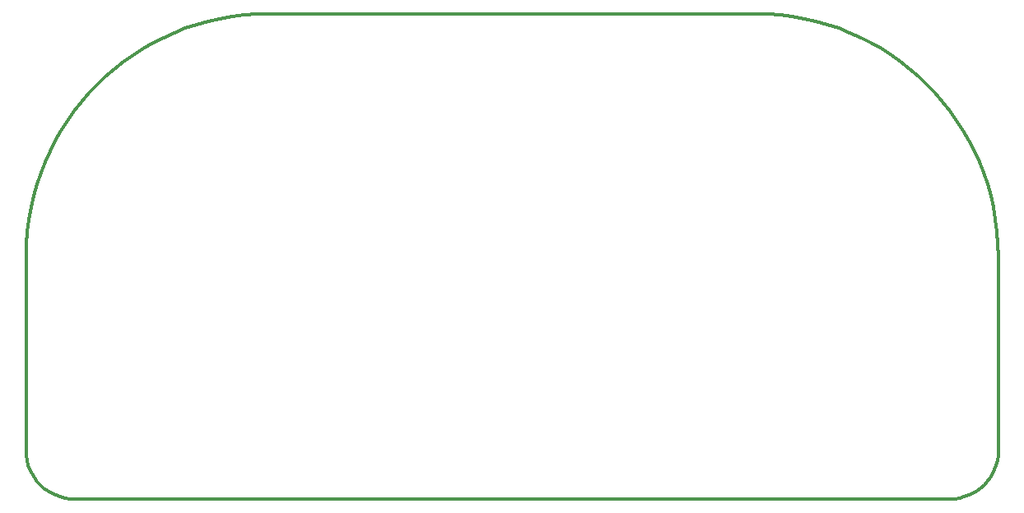
<source format=gbr>
%TF.GenerationSoftware,KiCad,Pcbnew,(6.0.2)*%
%TF.CreationDate,2024-05-20T16:03:31-05:00*%
%TF.ProjectId,Motorized-Commutator-Tx-PCB,4d6f746f-7269-47a6-9564-2d436f6d6d75,rev?*%
%TF.SameCoordinates,Original*%
%TF.FileFunction,Profile,NP*%
%FSLAX46Y46*%
G04 Gerber Fmt 4.6, Leading zero omitted, Abs format (unit mm)*
G04 Created by KiCad (PCBNEW (6.0.2)) date 2024-05-20 16:03:31*
%MOMM*%
%LPD*%
G01*
G04 APERTURE LIST*
%ADD10C,0.350000*%
G04 APERTURE END LIST*
D10*
X176530000Y-145222000D02*
X176504185Y-145733220D01*
X176428417Y-146229674D01*
X176305209Y-146708846D01*
X176137075Y-147168225D01*
X175926526Y-147605296D01*
X175676078Y-148017547D01*
X175388242Y-148402463D01*
X175065533Y-148757533D01*
X174710463Y-149080242D01*
X174325547Y-149368078D01*
X173913296Y-149618526D01*
X173476225Y-149829075D01*
X173016846Y-149997209D01*
X172537674Y-150120417D01*
X172041220Y-150196185D01*
X171530000Y-150222000D01*
X176530000Y-125222000D02*
X176530000Y-145222000D01*
X171530000Y-150222000D02*
X81530000Y-150222000D01*
X81530000Y-150222000D02*
X81018779Y-150196185D01*
X80522325Y-150120417D01*
X80043152Y-149997209D01*
X79583774Y-149829075D01*
X79146702Y-149618526D01*
X78734452Y-149368078D01*
X78349535Y-149080242D01*
X77994466Y-148757533D01*
X77671756Y-148402463D01*
X77383921Y-148017547D01*
X77133472Y-147605296D01*
X76922924Y-147168225D01*
X76754790Y-146708846D01*
X76631582Y-146229674D01*
X76555814Y-145733220D01*
X76530000Y-145222000D01*
X76530000Y-145222000D02*
X76530000Y-125222000D01*
X151530000Y-100222000D02*
X152816496Y-100254529D01*
X154086104Y-100351072D01*
X155337253Y-100510056D01*
X156568371Y-100729911D01*
X157777889Y-101009066D01*
X158964234Y-101345950D01*
X160125838Y-101738993D01*
X161261127Y-102186623D01*
X162368533Y-102687271D01*
X163446484Y-103239364D01*
X164493409Y-103841333D01*
X165507737Y-104491607D01*
X166487898Y-105188614D01*
X167432321Y-105930784D01*
X168339435Y-106716546D01*
X169207669Y-107544330D01*
X170035452Y-108412564D01*
X170821215Y-109319678D01*
X171563385Y-110264101D01*
X172260392Y-111244262D01*
X172910665Y-112258590D01*
X173512634Y-113305515D01*
X174064728Y-114383466D01*
X174565375Y-115490871D01*
X175013006Y-116626161D01*
X175406049Y-117787764D01*
X175742933Y-118974110D01*
X176022088Y-120183627D01*
X176241943Y-121414746D01*
X176400927Y-122665895D01*
X176497470Y-123935503D01*
X176530000Y-125222000D01*
X101530000Y-100222000D02*
X151530000Y-100222000D01*
X76530000Y-125222000D02*
X76562529Y-123935503D01*
X76659072Y-122665895D01*
X76818056Y-121414746D01*
X77037911Y-120183627D01*
X77317066Y-118974110D01*
X77653950Y-117787764D01*
X78046993Y-116626161D01*
X78494623Y-115490871D01*
X78995271Y-114383466D01*
X79547364Y-113305515D01*
X80149333Y-112258590D01*
X80799607Y-111244262D01*
X81496614Y-110264101D01*
X82238784Y-109319678D01*
X83024546Y-108412564D01*
X83852330Y-107544330D01*
X84720564Y-106716546D01*
X85627678Y-105930784D01*
X86572101Y-105188614D01*
X87552262Y-104491607D01*
X88566590Y-103841333D01*
X89613515Y-103239364D01*
X90691466Y-102687271D01*
X91798871Y-102186623D01*
X92934161Y-101738993D01*
X94095764Y-101345950D01*
X95282110Y-101009066D01*
X96491627Y-100729911D01*
X97722746Y-100510056D01*
X98973895Y-100351072D01*
X100243503Y-100254529D01*
X101530000Y-100222000D01*
M02*

</source>
